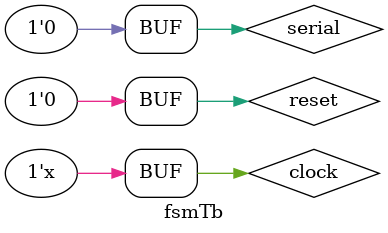
<source format=v>
module fsmTb;

reg clock, reset;
reg signed serial;
wire eventDetected;

topLevel topLevel (.clock(clock),.reset(reset),.serial(serial),.eventDetected(eventDetected),.uart_out(uart_out));

initial begin
	clock = 0;
	reset = 1;
	serial = 0;

	#100 reset = 0;
	#10000 serial = 1;
	#1000 serial = 0;
	#10000 serial = 1;
	#1000 serial = 0;
	#10000 serial = 1;
	#1000 serial = 0;
	#10000 serial = 1;
	#1000 serial = 0;
	#10000 serial = 1;
	#1000 serial = 0;
	#10000 serial = 1;
	#1000 serial = 0;
	#10000 serial = 1;
	#1000 serial = 0;
	#10000 serial = 1;
	#1000 serial = 0;
	#10000 serial = 1;
	#1000 serial = 0;
	#10000 serial = 1;
	#1000 serial = 0;
	#10000 serial = 1;
	#1000 serial = 0;
	#10000 serial = 1;
	#1000 serial = 0;
	#10000 serial = 1;
	#1000 serial = 0;
	#10000 serial = 1;
	#1000 serial = 0;
	#10000 serial = 1;
	#1000 serial = 0;
	#10000 serial = 1;
	#1000 serial = 0;
	#10000 serial = 1;
	#1000 serial = 0;
	#10000 serial = 1;
	#1000 serial = 0;
	#10000 serial = 1;
	#1000 serial = 0;
	#10000 serial = 1;
	#1000 serial = 0;
	#10000 serial = 1;
	#1000 serial = 0;
	#10000 serial = 1;
	#1000 serial = 0;
	#10000 serial = 1;
	#1000 serial = 0;
	#10000 serial = 1;
	#1000 serial = 0;
	#10000 serial = 1;
	#1000 serial = 0;
	#10000 serial = 1;
	#1000 serial = 0;
	#10000 serial = 1;
	#1000 serial = 0;
	#10000 serial = 1;
	#1000 serial = 0;
	#10000 serial = 1;
	#1000 serial = 0;
	#10000 serial = 1;
	#1000 serial = 0;
	#10000 serial = 1;
	#1000 serial = 0;
	#10000 serial = 1;
	#1000 serial = 0;
	#10000 serial = 1;
	#1000 serial = 0;
	#10000 serial = 1;
	#1000 serial = 0;
	#10000 serial = 1;
	#1000 serial = 0;
	#10000 serial = 1;
	#1000 serial = 0;
	#10000 serial = 1;
	#1000 serial = 0;
	#10000 serial = 1;
	#1000 serial = 0;
	#10000 serial = 1;
	#1000 serial = 0;
	#10000 serial = 1;
	#1000 serial = 0;
	#10000 serial = 1;
	#1000 serial = 0;
	#10000 serial = 1;
	#1000 serial = 0;
	#10000 serial = 1;
	#1000 serial = 0;
	#10000 serial = 1;
	#1000 serial = 0;
	#10000 serial = 1;
	#1000 serial = 0;
	#10000 serial = 1;
	#1000 serial = 0;
	#10000 serial = 1;
	#1000 serial = 0;
	#10000 serial = 1;
	#1000 serial = 0;
	#10000 serial = 1;
	#1000 serial = 0;
	#10000 serial = 1;
	#1000 serial = 0;
	#10000 serial = 1;
	#1000 serial = 0;
	#10000 serial = 1;
	#1000 serial = 0;
	#10000 serial = 1;
	#1000 serial = 0;
	#10000 serial = 1;
	#1000 serial = 0;
	#10000 serial = 1;
	#1000 serial = 0;
	#10000 serial = 1;
	#1000 serial = 0;
	#10000 serial = 1;
	#1000 serial = 0;
	#10000 serial = 1;
	#1000 serial = 0;
	#10000 serial = 1;
	#1000 serial = 0;
	#10000 serial = 1;
	#1000 serial = 0;
	#10000 serial = 1;
	#1000 serial = 0;
	#10000 serial = 1;
	#1000 serial = 0;
	#10000 serial = 1;
	#1000 serial = 0;
	#10000 serial = 1;
	#1000 serial = 0;
	#10000 serial = 1;
	#1000 serial = 0;
	#10000 serial = 1;
	#1000 serial = 0;
	#10000 serial = 1;
	#1000 serial = 0;
	#10000 serial = 1;
	#1000 serial = 0;
	#10000 serial = 1;
	#1000 serial = 0;
	#10000 serial = 1;
	#1000 serial = 0;
	#10000 serial = 1;
	#1000 serial = 0;
	#10000 serial = 1;
	#1000 serial = 0;
	#10000 serial = 1;
	#1000 serial = 0;
	#10000 serial = 1;
	#1000 serial = 0;
	#10000 serial = 1;
	#1000 serial = 0;
	#10000 serial = 1;
	#1000 serial = 0;
	#10000 serial = 1;
	#1000 serial = 0;
	#10000 serial = 1;
	#1000 serial = 0;
	#10000 serial = 1;
	#1000 serial = 0;
	#10000 serial = 1;
	#1000 serial = 0;
	#10000 serial = 1;
	#1000 serial = 0;
	#10000 serial = 1;
	#1000 serial = 0;
	#10000 serial = 1;
	#1000 serial = 0;
	#10000 serial = 1;
	#1000 serial = 0;
	#10000 serial = 1;
	#1000 serial = 0;
	#10000 serial = 1;
	#1000 serial = 0;
	#10000 serial = 1;
	#1000 serial = 0;
	#10000 serial = 1;
	#1000 serial = 0;
	#10000 serial = 1;
	#1000 serial = 0;
	#10000 serial = 1;
	#1000 serial = 0;
	#10000 serial = 1;
	#1000 serial = 0;
	#10000 serial = 1;
	#1000 serial = 0;
	#10000 serial = 1;
	#1000 serial = 0;
	#10000 serial = 1;
	#1000 serial = 0;
	#10000 serial = 1;
	#1000 serial = 0;
	#10000 serial = 1;
	#1000 serial = 0;
	#10000 serial = 1;
	#1000 serial = 0;
	#10000 serial = 1;
	#1000 serial = 0;
	#10000 serial = 1;
	#1000 serial = 0;
	#10000 serial = 1;
	#1000 serial = 0;
	#10000 serial = 1;
	#1000 serial = 0;
	#10000 serial = 1;
	#1000 serial = 0;
	#10000 serial = 1;
	#1000 serial = 0;
	#10000 serial = 1;
	#1000 serial = 0;
	#10000 serial = 1;
	#1000 serial = 0;
	#10000 serial = 1;
	#1000 serial = 0;
	#10000 serial = 1;
	#1000 serial = 0;
	#10000 serial = 1;
	#1000 serial = 0;
	#10000 serial = 1;
	#1000 serial = 0;
	#10000 serial = 1;
	#1000 serial = 0;
	#10000 serial = 1;
	#1000 serial = 0;
	#10000 serial = 1;
	#1000 serial = 0;
	#10000 serial = 1;
	#1000 serial = 0;
	#10000 serial = 1;
	#1000 serial = 0;
	#10000 serial = 1;
	#1000 serial = 0;



end

always
#5 clock =! clock;


endmodule
</source>
